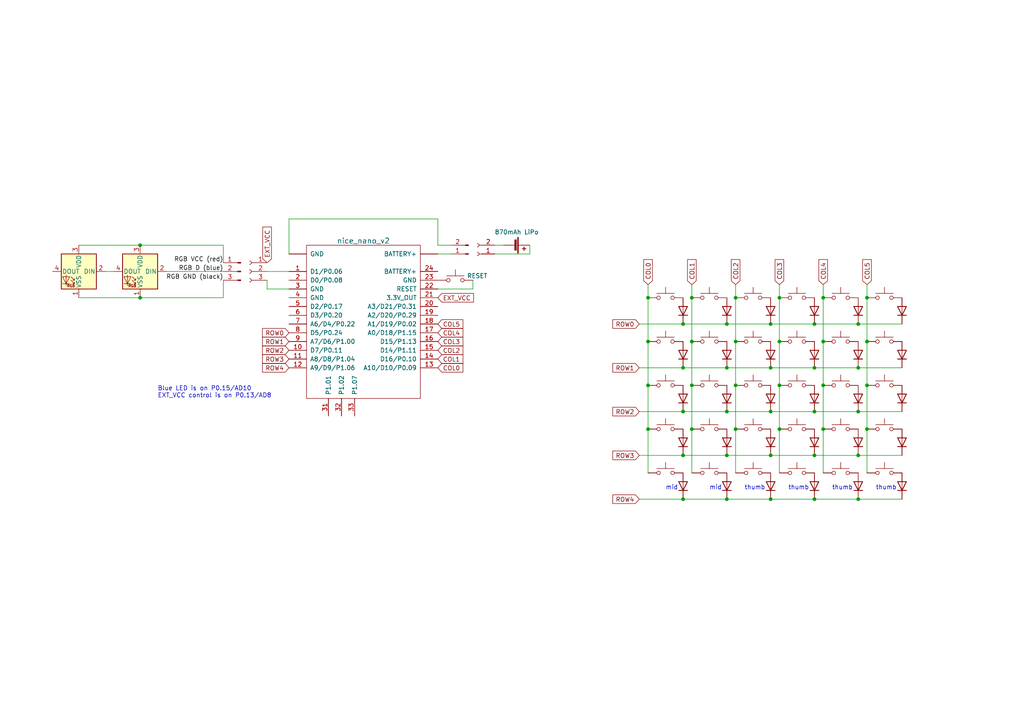
<source format=kicad_sch>
(kicad_sch (version 20211123) (generator eeschema)
  (paper "A4")
  (lib_symbols
    (symbol "Connector:Conn_01x02_Female" (pin_names (offset 1.016) hide)
      (property "Reference" "J" (at 0 2.54 0))
      (property "Value" "Conn_01x02_Female" (at 0 -5.08 0))
      (symbol "Conn_01x02_Female_1_1"
        (arc (start 0 -2.032) (mid -0.508 -2.54) (end 0 -3.048) (stroke (width 0.1524)))
        (polyline (pts (xy -1.27 -2.54) (xy -0.508 -2.54)) (stroke (width 0.1524)))
        (polyline (pts (xy -1.27 0) (xy -0.508 0)) (stroke (width 0.1524)))
        (arc (start 0 0.508) (mid -0.508 0) (end 0 -0.508) (stroke (width 0.1524)))
        (pin passive line (at -5.08 0 0) (length 3.81) (name "Pin_1") (number "1"))
        (pin passive line (at -5.08 -2.54 0) (length 3.81) (name "Pin_2") (number "2"))
      )
    )
    (symbol "Connector:Conn_01x02_Male" (pin_names (offset 1.016) hide)
      (property "Reference" "J" (at 0 2.54 0))
      (property "Value" "Conn_01x02_Male" (at 0 -5.08 0))
      (symbol "Conn_01x02_Male_1_1"
        (polyline (pts (xy 1.27 -2.54) (xy 0.8636 -2.54)) (stroke (width 0.1524)))
        (polyline (pts (xy 1.27 0) (xy 0.8636 0)) (stroke (width 0.1524)))
        (rectangle (start 0.8636 -2.413) (end 0 -2.667) (stroke (width 0.1524)) (fill (type outline)))
        (rectangle (start 0.8636 0.127) (end 0 -0.127) (stroke (width 0.1524)) (fill (type outline)))
        (pin passive line (at 5.08 0 180) (length 3.81) (name "Pin_1") (number "1"))
        (pin passive line (at 5.08 -2.54 180) (length 3.81) (name "Pin_2") (number "2"))
      )
    )
    (symbol "Connector:Conn_01x03_Female" (pin_names (offset 1.016) hide)
      (property "Reference" "J" (at 0 5.08 0))
      (property "Value" "Conn_01x03_Female" (at 0 -5.08 0))
      (symbol "Conn_01x03_Female_1_1"
        (arc (start 0 -2.032) (mid -0.508 -2.54) (end 0 -3.048) (stroke (width 0.1524)))
        (polyline (pts (xy -1.27 -2.54) (xy -0.508 -2.54)) (stroke (width 0.1524)))
        (polyline (pts (xy -1.27 0) (xy -0.508 0)) (stroke (width 0.1524)))
        (polyline (pts (xy -1.27 2.54) (xy -0.508 2.54)) (stroke (width 0.1524)))
        (arc (start 0 0.508) (mid -0.508 0) (end 0 -0.508) (stroke (width 0.1524)))
        (arc (start 0 3.048) (mid -0.508 2.54) (end 0 2.032) (stroke (width 0.1524)))
        (pin passive line (at -5.08 2.54 0) (length 3.81) (name "Pin_1") (number "1"))
        (pin passive line (at -5.08 0 0) (length 3.81) (name "Pin_2") (number "2"))
        (pin passive line (at -5.08 -2.54 0) (length 3.81) (name "Pin_3") (number "3"))
      )
    )
    (symbol "Connector:Conn_01x03_Male" (pin_names (offset 1.016) hide)
      (property "Reference" "J" (at 0 5.08 0))
      (property "Value" "Conn_01x03_Male" (at 0 -5.08 0))
      (symbol "Conn_01x03_Male_1_1"
        (polyline (pts (xy 1.27 -2.54) (xy 0.8636 -2.54)) (stroke (width 0.1524)))
        (polyline (pts (xy 1.27 0) (xy 0.8636 0)) (stroke (width 0.1524)))
        (polyline (pts (xy 1.27 2.54) (xy 0.8636 2.54)) (stroke (width 0.1524)))
        (rectangle (start 0.8636 -2.413) (end 0 -2.667) (stroke (width 0.1524)) (fill (type outline)))
        (rectangle (start 0.8636 0.127) (end 0 -0.127) (stroke (width 0.1524)) (fill (type outline)))
        (rectangle (start 0.8636 2.667) (end 0 2.413) (stroke (width 0.1524)) (fill (type outline)))
        (pin passive line (at 5.08 2.54 180) (length 3.81) (name "Pin_1") (number "1"))
        (pin passive line (at 5.08 0 180) (length 3.81) (name "Pin_2") (number "2"))
        (pin passive line (at 5.08 -2.54 180) (length 3.81) (name "Pin_3") (number "3"))
      )
    )
    (symbol "Device:Battery_Cell" (pin_numbers hide) (pin_names (offset 0) hide)
      (property "Reference" "BT" (at 2.54 2.54 0))
      (property "Value" "Battery_Cell" (at 2.54 0 0))
      (symbol "Battery_Cell_0_1"
        (rectangle (start -2.286 1.778) (end 2.286 1.524) (fill (type outline)))
        (rectangle (start -1.5748 1.1938) (end 1.4732 0.6858) (fill (type outline)))
        (polyline (pts (xy 0 0.762) (xy 0 0)))
        (polyline (pts (xy 0 1.778) (xy 0 2.54)))
        (polyline (pts (xy 0.508 3.429) (xy 1.524 3.429)) (stroke (width 0.254)))
        (polyline (pts (xy 1.016 3.937) (xy 1.016 2.921)) (stroke (width 0.254)))
      )
      (symbol "Battery_Cell_1_1"
        (pin passive line (at 0 5.08 270) (length 2.54) (name "+") (number "1"))
        (pin passive line (at 0 -2.54 90) (length 2.54) (name "-") (number "2"))
      )
    )
    (symbol "Device:D" (pin_numbers hide) (pin_names (offset 1.016) hide)
      (property "Reference" "D" (at 0 2.54 0))
      (property "Value" "D" (at 0 -2.54 0))
      (symbol "D_0_1"
        (polyline (pts (xy -1.27 1.27) (xy -1.27 -1.27)) (stroke (width 0.254)))
        (polyline (pts (xy 1.27 0) (xy -1.27 0)))
        (polyline (pts (xy 1.27 1.27) (xy 1.27 -1.27) (xy -1.27 0) (xy 1.27 1.27)) (stroke (width 0.254)))
      )
      (symbol "D_1_1"
        (pin passive line (at -3.81 0 0) (length 2.54) (name "K") (number "1"))
        (pin passive line (at 3.81 0 180) (length 2.54) (name "A") (number "2"))
      )
    )
    (symbol "LED:SK6812" (pin_names (offset 0.254))
      (property "Reference" "D" (at 5.08 5.715 0))
      (property "Value" "SK6812" (at 1.27 -5.715 0))
      (symbol "SK6812_0_0"
        (text "RGB" (at 2.286 -4.191 0) (effects (font (size 0.762 0.762))))
      )
      (symbol "SK6812_0_1"
        (polyline (pts (xy 1.27 -3.556) (xy 1.778 -3.556)))
        (polyline (pts (xy 1.27 -2.54) (xy 1.778 -2.54)))
        (polyline (pts (xy 4.699 -3.556) (xy 2.667 -3.556)))
        (polyline (pts (xy 2.286 -2.54) (xy 1.27 -3.556) (xy 1.27 -3.048)))
        (polyline (pts (xy 2.286 -1.524) (xy 1.27 -2.54) (xy 1.27 -2.032)))
        (polyline (pts (xy 3.683 -1.016) (xy 3.683 -3.556) (xy 3.683 -4.064)))
        (polyline (pts (xy 4.699 -1.524) (xy 2.667 -1.524) (xy 3.683 -3.556) (xy 4.699 -1.524)))
        (rectangle (start 5.08 5.08) (end -5.08 -5.08) (stroke (width 0.254)) (fill (type background)))
      )
      (symbol "SK6812_1_1"
        (pin power_in line (at 0 -7.62 90) (length 2.54) (name "VSS") (number "1"))
        (pin input line (at -7.62 0 0) (length 2.54) (name "DIN") (number "2"))
        (pin power_in line (at 0 7.62 270) (length 2.54) (name "VDD") (number "3"))
        (pin output line (at 7.62 0 180) (length 2.54) (name "DOUT") (number "4"))
      )
    )
    (symbol "Switch:SW_Push" (pin_numbers hide) (pin_names (offset 1.016) hide)
      (property "Reference" "SW" (at 1.27 2.54 0))
      (property "Value" "SW_Push" (at 0 -1.524 0))
      (symbol "SW_Push_0_1"
        (circle (center -2.032 0) (radius 0.508))
        (polyline (pts (xy 0 1.27) (xy 0 3.048)))
        (polyline (pts (xy 2.54 1.27) (xy -2.54 1.27)))
        (circle (center 2.032 0) (radius 0.508))
        (pin passive line (at -5.08 0 0) (length 2.54) (name "1") (number "1"))
        (pin passive line (at 5.08 0 180) (length 2.54) (name "2") (number "2"))
      )
    )
    (symbol "manuform:nice_nano_v2" (pin_names (offset 1.016))
      (property "Reference" "U" (at -1.27 24.13 0))
      (property "Value" "nice_nano_v2" (at 0 26.67 0))
      (symbol "nice_nano_v2_0_1"
        (rectangle (start -16.51 22.86) (end 16.51 -21.59))
      )
      (symbol "nice_nano_v2_1_1"
        (pin power_in line (at 21.59 20.32 180) (length 5.08) (name "BATTERY+") (number ""))
        (pin power_in line (at -21.59 20.32 0) (length 5.08) (name "GND") (number ""))
        (pin bidirectional line (at -21.59 15.24 0) (length 5.08) (name "D1/P0.06") (number "1"))
        (pin bidirectional line (at -21.59 -7.62 0) (length 5.08) (name "D7/P0.11") (number "10"))
        (pin bidirectional line (at -21.59 -10.16 0) (length 5.08) (name "A8/D8/P1.04") (number "11"))
        (pin bidirectional line (at -21.59 -12.7 0) (length 5.08) (name "A9/D9/P1.06") (number "12"))
        (pin bidirectional line (at 21.59 -12.7 180) (length 5.08) (name "A10/D10/P0.09") (number "13"))
        (pin bidirectional line (at 21.59 -10.16 180) (length 5.08) (name "D16/P0.10") (number "14"))
        (pin bidirectional line (at 21.59 -7.62 180) (length 5.08) (name "D14/P1.11") (number "15"))
        (pin bidirectional line (at 21.59 -5.08 180) (length 5.08) (name "D15/P1.13") (number "16"))
        (pin bidirectional line (at 21.59 -2.54 180) (length 5.08) (name "A0/D18/P1.15") (number "17"))
        (pin bidirectional line (at 21.59 0 180) (length 5.08) (name "A1/D19/P0.02") (number "18"))
        (pin bidirectional line (at 21.59 2.54 180) (length 5.08) (name "A2/D20/P0.29") (number "19"))
        (pin bidirectional line (at -21.59 12.7 0) (length 5.08) (name "D0/P0.08") (number "2"))
        (pin bidirectional line (at 21.59 5.08 180) (length 5.08) (name "A3/D21/P0.31") (number "20"))
        (pin power_out line (at 21.59 7.62 180) (length 5.08) (name "3.3V_OUT") (number "21"))
        (pin power_in line (at 21.59 10.16 180) (length 5.08) (name "RESET") (number "22"))
        (pin power_in line (at 21.59 12.7 180) (length 5.08) (name "GND") (number "23"))
        (pin power_in line (at 21.59 15.24 180) (length 5.08) (name "BATTERY+") (number "24"))
        (pin power_in line (at -21.59 10.16 0) (length 5.08) (name "GND") (number "3"))
        (pin bidirectional line (at -10.16 -26.67 90) (length 5.08) (name "P1.01") (number "31"))
        (pin bidirectional line (at -6.35 -26.67 90) (length 5.08) (name "P1.02") (number "32"))
        (pin bidirectional line (at -2.54 -26.67 90) (length 5.08) (name "P1.07") (number "33"))
        (pin power_in line (at -21.59 7.62 0) (length 5.08) (name "GND") (number "4"))
        (pin bidirectional line (at -21.59 5.08 0) (length 5.08) (name "D2/P0.17") (number "5"))
        (pin bidirectional line (at -21.59 2.54 0) (length 5.08) (name "D3/P0.20") (number "6"))
        (pin bidirectional line (at -21.59 0 0) (length 5.08) (name "A6/D4/P0.22") (number "7"))
        (pin bidirectional line (at -21.59 -2.54 0) (length 5.08) (name "D5/P0.24") (number "8"))
        (pin bidirectional line (at -21.59 -5.08 0) (length 5.08) (name "A7/D6/P1.00") (number "9"))
      )
    )
  )
  (junction (at 251.46 124.46))
  (junction (at 236.22 144.78))
  (junction (at 210.82 144.78))
  (junction (at 251.46 99.06))
  (junction (at 238.76 124.46))
  (junction (at 198.12 119.38))
  (junction (at 238.76 86.36))
  (junction (at 187.96 124.46))
  (junction (at 251.46 111.76))
  (junction (at 210.82 93.98))
  (junction (at 223.52 106.68))
  (junction (at 226.06 99.06))
  (junction (at 213.36 124.46))
  (junction (at 223.52 132.08))
  (junction (at 187.96 86.36))
  (junction (at 213.36 99.06))
  (junction (at 198.12 106.68))
  (junction (at 236.22 132.08))
  (junction (at 238.76 111.76))
  (junction (at 238.76 99.06))
  (junction (at 40.64 86.36))
  (junction (at 198.12 93.98))
  (junction (at 198.12 144.78))
  (junction (at 223.52 93.98))
  (junction (at 40.64 71.12))
  (junction (at 200.66 124.46))
  (junction (at 187.96 111.76))
  (junction (at 210.82 119.38))
  (junction (at 223.52 144.78))
  (junction (at 213.36 86.36))
  (junction (at 226.06 86.36))
  (junction (at 210.82 132.08))
  (junction (at 248.92 93.98))
  (junction (at 248.92 144.78))
  (junction (at 213.36 111.76))
  (junction (at 248.92 106.68))
  (junction (at 251.46 86.36))
  (junction (at 248.92 132.08))
  (junction (at 210.82 106.68))
  (junction (at 223.52 119.38))
  (junction (at 200.66 99.06))
  (junction (at 187.96 99.06))
  (junction (at 236.22 106.68))
  (junction (at 226.06 124.46))
  (junction (at 236.22 119.38))
  (junction (at 198.12 132.08))
  (junction (at 236.22 93.98))
  (junction (at 226.06 111.76))
  (junction (at 248.92 119.38))
  (junction (at 200.66 86.36))
  (junction (at 200.66 111.76))
  (wire (pts (xy 213.36 86.36) (xy 213.36 99.06)))
  (wire (pts (xy 185.42 132.08) (xy 198.12 132.08)))
  (wire (pts (xy 248.92 106.68) (xy 261.62 106.68)))
  (wire (pts (xy 148.59 241.3) (xy 149.86 241.3)))
  (wire (pts (xy 127 63.5) (xy 83.82 63.5)))
  (wire (pts (xy 127 73.66) (xy 130.81 73.66)))
  (wire (pts (xy 248.92 93.98) (xy 261.62 93.98)))
  (wire (pts (xy 248.92 132.08) (xy 261.62 132.08)))
  (wire (pts (xy 198.12 119.38) (xy 210.82 119.38)))
  (wire (pts (xy 210.82 93.98) (xy 223.52 93.98)))
  (wire (pts (xy 251.46 99.06) (xy 251.46 111.76)))
  (wire (pts (xy 210.82 144.78) (xy 223.52 144.78)))
  (wire (pts (xy 83.82 63.5) (xy 83.82 73.66)))
  (wire (pts (xy 226.06 99.06) (xy 226.06 111.76)))
  (wire (pts (xy 238.76 111.76) (xy 238.76 124.46)))
  (wire (pts (xy 236.22 144.78) (xy 248.92 144.78)))
  (wire (pts (xy 185.42 93.98) (xy 198.12 93.98)))
  (wire (pts (xy 213.36 124.46) (xy 213.36 137.16)))
  (wire (pts (xy 238.76 124.46) (xy 238.76 137.16)))
  (wire (pts (xy 223.52 132.08) (xy 236.22 132.08)))
  (wire (pts (xy 223.52 119.38) (xy 236.22 119.38)))
  (wire (pts (xy 187.96 124.46) (xy 187.96 137.16)))
  (wire (pts (xy 226.06 82.55) (xy 226.06 86.36)))
  (wire (pts (xy 185.42 144.78) (xy 198.12 144.78)))
  (wire (pts (xy 251.46 124.46) (xy 251.46 137.16)))
  (wire (pts (xy 48.26 78.74) (xy 64.77 78.74)))
  (wire (pts (xy 187.96 86.36) (xy 187.96 99.06)))
  (wire (pts (xy 127 71.12) (xy 127 63.5)))
  (wire (pts (xy 213.36 82.55) (xy 213.36 86.36)))
  (wire (pts (xy 153.67 73.66) (xy 153.67 71.12)))
  (wire (pts (xy 137.16 81.28) (xy 137.16 83.82)))
  (wire (pts (xy 210.82 106.68) (xy 223.52 106.68)))
  (wire (pts (xy 187.96 99.06) (xy 187.96 111.76)))
  (wire (pts (xy 210.82 119.38) (xy 223.52 119.38)))
  (wire (pts (xy 200.66 111.76) (xy 200.66 124.46)))
  (wire (pts (xy 185.42 119.38) (xy 198.12 119.38)))
  (wire (pts (xy 213.36 99.06) (xy 213.36 111.76)))
  (wire (pts (xy 77.47 81.28) (xy 77.47 83.82)))
  (wire (pts (xy 236.22 119.38) (xy 248.92 119.38)))
  (wire (pts (xy 213.36 111.76) (xy 213.36 124.46)))
  (wire (pts (xy 200.66 86.36) (xy 200.66 99.06)))
  (wire (pts (xy 77.47 78.74) (xy 83.82 78.74)))
  (wire (pts (xy 130.81 71.12) (xy 127 71.12)))
  (wire (pts (xy 251.46 111.76) (xy 251.46 124.46)))
  (wire (pts (xy 238.76 82.55) (xy 238.76 86.36)))
  (wire (pts (xy 40.64 71.12) (xy 22.86 71.12)))
  (wire (pts (xy 223.52 106.68) (xy 236.22 106.68)))
  (wire (pts (xy 198.12 132.08) (xy 210.82 132.08)))
  (wire (pts (xy 210.82 132.08) (xy 223.52 132.08)))
  (wire (pts (xy 236.22 106.68) (xy 248.92 106.68)))
  (wire (pts (xy 200.66 82.55) (xy 200.66 86.36)))
  (wire (pts (xy 143.51 71.12) (xy 146.05 71.12)))
  (wire (pts (xy 64.77 71.12) (xy 40.64 71.12)))
  (wire (pts (xy 198.12 106.68) (xy 210.82 106.68)))
  (wire (pts (xy 226.06 111.76) (xy 226.06 124.46)))
  (wire (pts (xy 33.02 78.74) (xy 30.48 78.74)))
  (wire (pts (xy 198.12 144.78) (xy 210.82 144.78)))
  (wire (pts (xy 200.66 99.06) (xy 200.66 111.76)))
  (wire (pts (xy 236.22 93.98) (xy 248.92 93.98)))
  (wire (pts (xy 187.96 82.55) (xy 187.96 86.36)))
  (wire (pts (xy 223.52 144.78) (xy 236.22 144.78)))
  (wire (pts (xy 40.64 86.36) (xy 22.86 86.36)))
  (wire (pts (xy 64.77 86.36) (xy 40.64 86.36)))
  (wire (pts (xy 226.06 86.36) (xy 226.06 99.06)))
  (wire (pts (xy 64.77 81.28) (xy 64.77 86.36)))
  (wire (pts (xy 77.47 83.82) (xy 83.82 83.82)))
  (wire (pts (xy 251.46 86.36) (xy 251.46 99.06)))
  (wire (pts (xy 248.92 119.38) (xy 261.62 119.38)))
  (wire (pts (xy 143.51 73.66) (xy 153.67 73.66)))
  (wire (pts (xy 187.96 111.76) (xy 187.96 124.46)))
  (wire (pts (xy 238.76 86.36) (xy 238.76 99.06)))
  (wire (pts (xy 200.66 124.46) (xy 200.66 137.16)))
  (wire (pts (xy 226.06 124.46) (xy 226.06 137.16)))
  (wire (pts (xy 236.22 132.08) (xy 248.92 132.08)))
  (wire (pts (xy 248.92 144.78) (xy 261.62 144.78)))
  (wire (pts (xy 251.46 82.55) (xy 251.46 86.36)))
  (wire (pts (xy 198.12 93.98) (xy 210.82 93.98)))
  (wire (pts (xy 185.42 106.68) (xy 198.12 106.68)))
  (wire (pts (xy 64.77 76.2) (xy 64.77 71.12)))
  (wire (pts (xy 223.52 93.98) (xy 236.22 93.98)))
  (wire (pts (xy 238.76 99.06) (xy 238.76 111.76)))
  (wire (pts (xy 137.16 83.82) (xy 127 83.82)))
  (text "thumb" (at 241.3 142.24 0) (effects (font (size 1.27 1.27)) (justify left bottom)))
  (text "mid" (at 193.04 142.24 0) (effects (font (size 1.27 1.27)) (justify left bottom)))
  (text "thumb" (at 215.9 142.24 0) (effects (font (size 1.27 1.27)) (justify left bottom)))
  (text "thumb" (at 228.6 142.24 0) (effects (font (size 1.27 1.27)) (justify left bottom)))
  (text "Blue LED is on P0.15/AD10\nEXT_VCC control is on P0.13/AD8" (at 45.72 115.57 0) (effects (font (size 1.27 1.27)) (justify left bottom)))
  (text "thumb" (at 254 142.24 0) (effects (font (size 1.27 1.27)) (justify left bottom)))
  (text "mid" (at 205.74 142.24 0) (effects (font (size 1.27 1.27)) (justify left bottom)))
  (label "RGB GND (black)" (at 64.77 81.28 180))
  (label "RGB D (blue)" (at 64.77 78.74 180))
  (label "RGB VCC (red)" (at 64.77 76.2 180))
  (global_label "ROW3" (shape input) (at 83.82 104.14 180) (property "Intersheet References" "${INTERSHEET_REFS}" (effects hide)))
  (global_label "COL0" (shape input) (at 127 106.68 0) (property "Intersheet References" "${INTERSHEET_REFS}" (effects hide)))
  (global_label "COL3" (shape input) (at 127 99.06 0) (property "Intersheet References" "${INTERSHEET_REFS}" (effects hide)))
  (global_label "ROW4" (shape input) (at 185.42 144.78 180) (property "Intersheet References" "${INTERSHEET_REFS}" (effects hide)))
  (global_label "EXT_VCC" (shape input) (at 127 86.36 0) (property "Intersheet References" "${INTERSHEET_REFS}" (effects hide)))
  (global_label "COL5" (shape input) (at 251.46 82.55 90) (property "Intersheet References" "${INTERSHEET_REFS}" (effects hide)))
  (global_label "COL5" (shape input) (at 127 93.98 0) (property "Intersheet References" "${INTERSHEET_REFS}" (effects hide)))
  (global_label "ROW0" (shape input) (at 83.82 96.52 180) (property "Intersheet References" "${INTERSHEET_REFS}" (effects hide)))
  (global_label "COL1" (shape input) (at 200.66 82.55 90) (property "Intersheet References" "${INTERSHEET_REFS}" (effects hide)))
  (global_label "EXT_VCC" (shape input) (at 77.47 76.2 90) (property "Intersheet References" "${INTERSHEET_REFS}" (effects hide)))
  (global_label "COL3" (shape input) (at 226.06 82.55 90) (property "Intersheet References" "${INTERSHEET_REFS}" (effects hide)))
  (global_label "ROW2" (shape input) (at 185.42 119.38 180) (property "Intersheet References" "${INTERSHEET_REFS}" (effects hide)))
  (global_label "COL2" (shape input) (at 127 101.6 0) (property "Intersheet References" "${INTERSHEET_REFS}" (effects hide)))
  (global_label "ROW4" (shape input) (at 83.82 106.68 180) (property "Intersheet References" "${INTERSHEET_REFS}" (effects hide)))
  (global_label "ROW1" (shape input) (at 185.42 106.68 180) (property "Intersheet References" "${INTERSHEET_REFS}" (effects hide)))
  (global_label "ROW2" (shape input) (at 83.82 101.6 180) (property "Intersheet References" "${INTERSHEET_REFS}" (effects hide)))
  (global_label "COL4" (shape input) (at 127 96.52 0) (property "Intersheet References" "${INTERSHEET_REFS}" (effects hide)))
  (global_label "ROW3" (shape input) (at 185.42 132.08 180) (property "Intersheet References" "${INTERSHEET_REFS}" (effects hide)))
  (global_label "COL4" (shape input) (at 238.76 82.55 90) (property "Intersheet References" "${INTERSHEET_REFS}" (effects hide)))
  (global_label "COL0" (shape input) (at 187.96 82.55 90) (property "Intersheet References" "${INTERSHEET_REFS}" (effects hide)))
  (global_label "COL2" (shape input) (at 213.36 82.55 90) (property "Intersheet References" "${INTERSHEET_REFS}" (effects hide)))
  (global_label "ROW0" (shape input) (at 185.42 93.98 180) (property "Intersheet References" "${INTERSHEET_REFS}" (effects hide)))
  (global_label "COL1" (shape input) (at 127 104.14 0) (property "Intersheet References" "${INTERSHEET_REFS}" (effects hide)))
  (global_label "ROW1" (shape input) (at 83.82 99.06 180) (property "Intersheet References" "${INTERSHEET_REFS}" (effects hide)))
  (symbol (lib_id "Switch:SW_Push") (at 132.08 81.28 0) (unit 1)
    (property "Reference" "SW?" (effects hide))
    (property "Value" "RESET" (at 138.43 80.01 0))
  )
  (symbol (lib_id "Switch:SW_Push") (at 218.44 111.76 0) (unit 1)
    (property "Reference" "SW?" (effects hide))
    (property "Value" "K0,0 (`/=)" (effects hide))
  )
  (symbol (lib_id "Device:D") (at 248.92 90.17 90) (unit 1)
    (property "Reference" "D?" (effects hide))
    (property "Value" "D" (effects hide))
  )
  (symbol (lib_id "Switch:SW_Push") (at 231.14 111.76 0) (unit 1)
    (property "Reference" "SW?" (effects hide))
    (property "Value" "K0,0 (`/=)" (effects hide))
  )
  (symbol (lib_id "Device:D") (at 198.12 102.87 90) (unit 1)
    (property "Reference" "D?" (effects hide))
    (property "Value" "D" (effects hide))
  )
  (symbol (lib_id "Device:D") (at 236.22 128.27 90) (unit 1)
    (property "Reference" "D?" (effects hide))
    (property "Value" "D" (effects hide))
  )
  (symbol (lib_id "Device:D") (at 223.52 128.27 90) (unit 1)
    (property "Reference" "D?" (effects hide))
    (property "Value" "D" (effects hide))
  )
  (symbol (lib_id "Device:D") (at 248.92 128.27 90) (unit 1)
    (property "Reference" "D?" (effects hide))
    (property "Value" "D" (effects hide))
  )
  (symbol (lib_id "Switch:SW_Push") (at 193.04 124.46 0) (unit 1)
    (property "Reference" "SW?" (effects hide))
    (property "Value" "K0,0 (`/=)" (effects hide))
  )
  (symbol (lib_id "Device:D") (at 236.22 140.97 90) (unit 1)
    (property "Reference" "D?" (effects hide))
    (property "Value" "D" (effects hide))
  )
  (symbol (lib_id "Connector:Conn_01x03_Male") (at 69.85 78.74 0) (mirror y) (unit 1)
    (property "Reference" "J?" (effects hide))
    (property "Value" "Conn_01x03_Male" (effects hide))
  )
  (symbol (lib_id "Switch:SW_Push") (at 193.04 111.76 0) (unit 1)
    (property "Reference" "SW?" (effects hide))
    (property "Value" "K0,0 (`/=)" (effects hide))
  )
  (symbol (lib_id "Switch:SW_Push") (at 218.44 99.06 0) (unit 1)
    (property "Reference" "SW?" (effects hide))
    (property "Value" "K0,0 (`/=)" (effects hide))
  )
  (symbol (lib_id "Switch:SW_Push") (at 256.54 137.16 0) (unit 1)
    (property "Reference" "SW?" (effects hide))
    (property "Value" "K0,0 (`/=)" (effects hide))
  )
  (symbol (lib_id "Switch:SW_Push") (at 218.44 137.16 0) (unit 1)
    (property "Reference" "SW?" (effects hide))
    (property "Value" "K0,0 (`/=)" (effects hide))
  )
  (symbol (lib_id "Device:D") (at 223.52 102.87 90) (unit 1)
    (property "Reference" "D?" (effects hide))
    (property "Value" "D" (effects hide))
  )
  (symbol (lib_id "Device:D") (at 223.52 90.17 90) (unit 1)
    (property "Reference" "D?" (effects hide))
    (property "Value" "D" (effects hide))
  )
  (symbol (lib_id "Device:D") (at 223.52 140.97 90) (unit 1)
    (property "Reference" "D?" (effects hide))
    (property "Value" "D" (effects hide))
  )
  (symbol (lib_id "Switch:SW_Push") (at 256.54 111.76 0) (unit 1)
    (property "Reference" "SW?" (effects hide))
    (property "Value" "K0,0 (`/=)" (effects hide))
  )
  (symbol (lib_id "Device:D") (at 248.92 102.87 90) (unit 1)
    (property "Reference" "D?" (effects hide))
    (property "Value" "D" (effects hide))
  )
  (symbol (lib_id "Device:D") (at 198.12 140.97 90) (unit 1)
    (property "Reference" "D?" (effects hide))
    (property "Value" "D" (effects hide))
  )
  (symbol (lib_id "Switch:SW_Push") (at 205.74 124.46 0) (unit 1)
    (property "Reference" "SW?" (effects hide))
    (property "Value" "K0,0 (`/=)" (effects hide))
  )
  (symbol (lib_id "Switch:SW_Push") (at 256.54 99.06 0) (unit 1)
    (property "Reference" "SW?" (effects hide))
    (property "Value" "K0,0 (`/=)" (effects hide))
  )
  (symbol (lib_id "Device:D") (at 198.12 90.17 90) (unit 1)
    (property "Reference" "D?" (effects hide))
    (property "Value" "D" (effects hide))
  )
  (symbol (lib_id "Device:D") (at 198.12 115.57 90) (unit 1)
    (property "Reference" "D?" (effects hide))
    (property "Value" "D" (effects hide))
  )
  (symbol (lib_id "Device:D") (at 248.92 140.97 90) (unit 1)
    (property "Reference" "D?" (effects hide))
    (property "Value" "D" (effects hide))
  )
  (symbol (lib_id "Switch:SW_Push") (at 231.14 137.16 0) (unit 1)
    (property "Reference" "SW?" (effects hide))
    (property "Value" "K0,0 (`/=)" (effects hide))
  )
  (symbol (lib_id "Switch:SW_Push") (at 205.74 111.76 0) (unit 1)
    (property "Reference" "SW?" (effects hide))
    (property "Value" "K0,0 (`/=)" (effects hide))
  )
  (symbol (lib_id "Switch:SW_Push") (at 243.84 124.46 0) (unit 1)
    (property "Reference" "SW?" (effects hide))
    (property "Value" "K0,0 (`/=)" (effects hide))
  )
  (symbol (lib_id "LED:SK6812") (at 40.64 78.74 0) (mirror y) (unit 1)
    (property "Reference" "D?" (effects hide))
    (property "Value" "SK6812" (effects hide))
    (property "Footprint" "LED_SMD:LED_SK6812_PLCC4_5.0x5.0mm_P3.2mm" (effects hide))
    (property "Datasheet" "https://cdn-shop.adafruit.com/product-files/1138/SK6812+LED+datasheet+.pdf" (effects hide))
  )
  (symbol (lib_id "Switch:SW_Push") (at 205.74 86.36 0) (unit 1)
    (property "Reference" "SW?" (effects hide))
    (property "Value" "K0,0 (`/=)" (effects hide))
  )
  (symbol (lib_id "manuform:nice_nano_v2") (at 105.41 93.98 0) (unit 1)
    (property "Reference" "U?" (effects hide))
    (property "Value" "nice_nano_v2" (at 105.41 69.85 0) (effects (font (size 1.524 1.524))))
  )
  (symbol (lib_id "Device:D") (at 248.92 115.57 90) (unit 1)
    (property "Reference" "D?" (effects hide))
    (property "Value" "D" (effects hide))
  )
  (symbol (lib_id "Device:D") (at 261.62 115.57 90) (unit 1)
    (property "Reference" "D?" (effects hide))
    (property "Value" "D" (effects hide))
  )
  (symbol (lib_id "Device:D") (at 261.62 128.27 90) (unit 1)
    (property "Reference" "D?" (effects hide))
    (property "Value" "D" (effects hide))
  )
  (symbol (lib_id "Switch:SW_Push") (at 205.74 99.06 0) (unit 1)
    (property "Reference" "SW?" (effects hide))
    (property "Value" "K0,0 (`/=)" (effects hide))
  )
  (symbol (lib_id "Device:D") (at 261.62 102.87 90) (unit 1)
    (property "Reference" "D?" (effects hide))
    (property "Value" "D" (effects hide))
  )
  (symbol (lib_id "Switch:SW_Push") (at 218.44 86.36 0) (unit 1)
    (property "Reference" "SW?" (effects hide))
    (property "Value" "K0,0 (`/=)" (effects hide))
  )
  (symbol (lib_id "Switch:SW_Push") (at 231.14 124.46 0) (unit 1)
    (property "Reference" "SW?" (effects hide))
    (property "Value" "K0,0 (`/=)" (effects hide))
  )
  (symbol (lib_id "LED:SK6812") (at 22.86 78.74 0) (mirror y) (unit 1)
    (property "Reference" "D?" (effects hide))
    (property "Value" "SK6812" (effects hide))
    (property "Footprint" "LED_SMD:LED_SK6812_PLCC4_5.0x5.0mm_P3.2mm" (effects hide))
    (property "Datasheet" "https://cdn-shop.adafruit.com/product-files/1138/SK6812+LED+datasheet+.pdf" (effects hide))
  )
  (symbol (lib_id "Switch:SW_Push") (at 256.54 124.46 0) (unit 1)
    (property "Reference" "SW?" (effects hide))
    (property "Value" "K0,0 (`/=)" (effects hide))
  )
  (symbol (lib_id "Device:Battery_Cell") (at 148.59 71.12 270) (unit 1)
    (property "Reference" "BT?" (effects hide))
    (property "Value" "870mAh LiPo" (at 149.86 67.31 90))
  )
  (symbol (lib_id "Device:D") (at 198.12 128.27 90) (unit 1)
    (property "Reference" "D?" (effects hide))
    (property "Value" "D" (effects hide))
  )
  (symbol (lib_id "Device:D") (at 210.82 128.27 90) (unit 1)
    (property "Reference" "D?" (effects hide))
    (property "Value" "D" (effects hide))
  )
  (symbol (lib_id "Device:D") (at 261.62 140.97 90) (unit 1)
    (property "Reference" "D?" (effects hide))
    (property "Value" "D" (effects hide))
  )
  (symbol (lib_id "Switch:SW_Push") (at 193.04 137.16 0) (unit 1)
    (property "Reference" "SW?" (effects hide))
    (property "Value" "K0,0 (`/=)" (effects hide))
  )
  (symbol (lib_id "Switch:SW_Push") (at 205.74 137.16 0) (unit 1)
    (property "Reference" "SW?" (effects hide))
    (property "Value" "K0,0 (`/=)" (effects hide))
  )
  (symbol (lib_id "Device:D") (at 210.82 90.17 90) (unit 1)
    (property "Reference" "D?" (effects hide))
    (property "Value" "D" (effects hide))
  )
  (symbol (lib_id "Switch:SW_Push") (at 243.84 99.06 0) (unit 1)
    (property "Reference" "SW?" (effects hide))
    (property "Value" "K0,0 (`/=)" (effects hide))
  )
  (symbol (lib_id "Switch:SW_Push") (at 231.14 86.36 0) (unit 1)
    (property "Reference" "SW?" (effects hide))
    (property "Value" "K0,0 (`/=)" (effects hide))
  )
  (symbol (lib_id "Connector:Conn_01x03_Female") (at 72.39 78.74 0) (mirror y) (unit 1)
    (property "Reference" "J?" (effects hide))
    (property "Value" "Conn_01x03_Female" (effects hide))
  )
  (symbol (lib_id "Device:D") (at 210.82 115.57 90) (unit 1)
    (property "Reference" "D?" (effects hide))
    (property "Value" "D" (effects hide))
  )
  (symbol (lib_id "Switch:SW_Push") (at 231.14 99.06 0) (unit 1)
    (property "Reference" "SW?" (effects hide))
    (property "Value" "K0,0 (`/=)" (effects hide))
  )
  (symbol (lib_id "Device:D") (at 210.82 140.97 90) (unit 1)
    (property "Reference" "D?" (effects hide))
    (property "Value" "D" (effects hide))
  )
  (symbol (lib_id "Device:D") (at 236.22 115.57 90) (unit 1)
    (property "Reference" "D?" (effects hide))
    (property "Value" "D" (effects hide))
  )
  (symbol (lib_id "Connector:Conn_01x02_Female") (at 138.43 73.66 180) (unit 1)
    (property "Reference" "J?" (effects hide))
    (property "Value" "Conn_01x02_Female" (effects hide))
  )
  (symbol (lib_id "Device:D") (at 236.22 90.17 90) (unit 1)
    (property "Reference" "D?" (effects hide))
    (property "Value" "D" (effects hide))
  )
  (symbol (lib_id "Switch:SW_Push") (at 218.44 124.46 0) (unit 1)
    (property "Reference" "SW?" (effects hide))
    (property "Value" "K0,0 (`/=)" (effects hide))
  )
  (symbol (lib_id "Device:D") (at 223.52 115.57 90) (unit 1)
    (property "Reference" "D?" (effects hide))
    (property "Value" "D" (effects hide))
  )
  (symbol (lib_id "Switch:SW_Push") (at 243.84 111.76 0) (unit 1)
    (property "Reference" "SW?" (effects hide))
    (property "Value" "K0,0 (`/=)" (effects hide))
  )
  (symbol (lib_id "Device:D") (at 210.82 102.87 90) (unit 1)
    (property "Reference" "D?" (effects hide))
    (property "Value" "D" (effects hide))
  )
  (symbol (lib_id "Switch:SW_Push") (at 243.84 86.36 0) (unit 1)
    (property "Reference" "SW?" (effects hide))
    (property "Value" "K0,0 (`/=)" (effects hide))
  )
  (symbol (lib_id "Device:D") (at 236.22 102.87 90) (unit 1)
    (property "Reference" "D?" (effects hide))
    (property "Value" "D" (effects hide))
  )
  (symbol (lib_id "Switch:SW_Push") (at 193.04 86.36 0) (unit 1)
    (property "Reference" "SW?" (effects hide))
    (property "Value" "K0,0 (`/=)" (effects hide))
  )
  (symbol (lib_id "Switch:SW_Push") (at 243.84 137.16 0) (unit 1)
    (property "Reference" "SW?" (effects hide))
    (property "Value" "K0,0 (`/=)" (effects hide))
  )
  (symbol (lib_id "Switch:SW_Push") (at 193.04 99.06 0) (unit 1)
    (property "Reference" "SW?" (effects hide))
    (property "Value" "K0,0 (`/=)" (effects hide))
  )
  (symbol (lib_id "Connector:Conn_01x02_Male") (at 135.89 73.66 180) (unit 1)
    (property "Reference" "J?" (effects hide))
    (property "Value" "Conn_01x02_Male" (effects hide))
  )
  (symbol (lib_id "Device:D") (at 261.62 90.17 90) (unit 1)
    (property "Reference" "D?" (effects hide))
    (property "Value" "D" (effects hide))
  )
  (symbol (lib_id "Switch:SW_Push") (at 256.54 86.36 0) (unit 1)
    (property "Reference" "SW?" (effects hide))
    (property "Value" "K0,0 (`/=)" (effects hide))
  )
)
</source>
